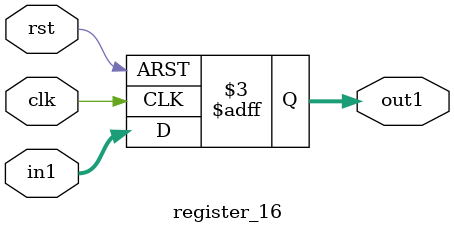
<source format=v>
`timescale 1ps/1ps

module register_16 (rst, clk, in1, out1);

 input clk, rst;

 input [15:0]  in1;

 output [15:0] out1;

 reg [15:0] out1;

 always @ (negedge rst or posedge clk) begin

    if(!rst)  out1 <= #1 16'b0000;

    else  out1 <= #1 in1;

 end

endmodule

</source>
